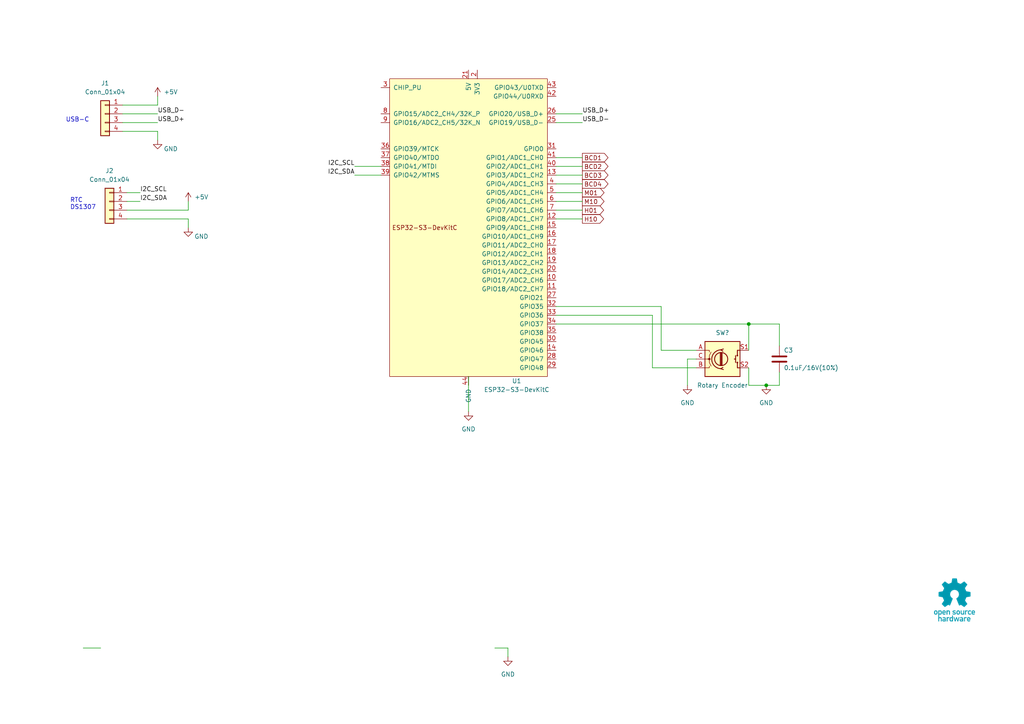
<source format=kicad_sch>
(kicad_sch (version 20230121) (generator eeschema)
  (paper "A4")
  (title_block (title "Horloge Nixie") (date "2023-07-09") (rev "0.1") (company "Laurent Claude") (comment 1 "License : Open Source Hardware - CC BY-SA 4.0"))
  (lib_symbols
    (symbol "Connector_Generic:Conn_01x04" (pin_names (offset 1.016) hide)
      (property "Reference" "J" (at 0 5.08 0))
      (property "Value" "Conn_01x04" (at 0 -7.62 0))
      (symbol "Conn_01x04_1_1"
        (rectangle (start -1.27 -4.953) (end 0 -5.207) (stroke (width 0.1524)))
        (rectangle (start -1.27 -2.413) (end 0 -2.667) (stroke (width 0.1524)))
        (rectangle (start -1.27 0.127) (end 0 -0.127) (stroke (width 0.1524)))
        (rectangle (start -1.27 2.667) (end 0 2.413) (stroke (width 0.1524)))
        (rectangle (start -1.27 3.81) (end 1.27 -6.35) (stroke (width 0.254)) (fill (type background)))
        (pin passive line (at -5.08 2.54 0) (length 3.81) (name "Pin_1") (number "1"))
        (pin passive line (at -5.08 0 0) (length 3.81) (name "Pin_2") (number "2"))
        (pin passive line (at -5.08 -2.54 0) (length 3.81) (name "Pin_3") (number "3"))
        (pin passive line (at -5.08 -5.08 0) (length 3.81) (name "Pin_4") (number "4"))
      )
    )
    (symbol "Device:C" (pin_numbers hide) (pin_names (offset 0.254))
      (property "Reference" "C" (at 0.635 2.54 0))
      (property "Value" "C" (at 0.635 -2.54 0))
      (symbol "C_0_1"
        (polyline (pts (xy -2.032 -0.762) (xy 2.032 -0.762)) (stroke (width 0.508)))
        (polyline (pts (xy -2.032 0.762) (xy 2.032 0.762)) (stroke (width 0.508)))
      )
      (symbol "C_1_1"
        (pin passive line (at 0 3.81 270) (length 2.794) (name "~") (number "1"))
        (pin passive line (at 0 -3.81 90) (length 2.794) (name "~") (number "2"))
      )
    )
    (symbol "Device:RotaryEncoder_Switch" (pin_names (offset 0.254) hide)
      (property "Reference" "SW" (at 0 6.604 0))
      (property "Value" "RotaryEncoder_Switch" (at 0 -6.604 0))
      (symbol "RotaryEncoder_Switch_0_1"
        (rectangle (start -5.08 5.08) (end 5.08 -5.08) (stroke (width 0.254)) (fill (type background)))
        (circle (center -3.81 0) (radius 0.254) (fill (type outline)))
        (circle (center -0.381 0) (radius 1.905) (stroke (width 0.254)))
        (arc (start -0.381 2.667) (mid -3.0988 -0.0635) (end -0.381 -2.794) (stroke (width 0.254)))
        (polyline (pts (xy -0.635 -1.778) (xy -0.635 1.778)) (stroke (width 0.254)))
        (polyline (pts (xy -0.381 -1.778) (xy -0.381 1.778)) (stroke (width 0.254)))
        (polyline (pts (xy -0.127 1.778) (xy -0.127 -1.778)) (stroke (width 0.254)))
        (polyline (pts (xy 3.81 0) (xy 3.429 0)) (stroke (width 0.254)))
        (polyline (pts (xy 3.81 1.016) (xy 3.81 -1.016)) (stroke (width 0.254)))
        (polyline (pts (xy -5.08 -2.54) (xy -3.81 -2.54) (xy -3.81 -2.032)))
        (polyline (pts (xy -5.08 2.54) (xy -3.81 2.54) (xy -3.81 2.032)))
        (polyline (pts (xy 0.254 -3.048) (xy -0.508 -2.794) (xy 0.127 -2.413)) (stroke (width 0.254)))
        (polyline (pts (xy 0.254 2.921) (xy -0.508 2.667) (xy 0.127 2.286)) (stroke (width 0.254)))
        (polyline (pts (xy 5.08 -2.54) (xy 4.318 -2.54) (xy 4.318 -1.016)) (stroke (width 0.254)))
        (polyline (pts (xy 5.08 2.54) (xy 4.318 2.54) (xy 4.318 1.016)) (stroke (width 0.254)))
        (polyline (pts (xy -5.08 0) (xy -3.81 0) (xy -3.81 -1.016) (xy -3.302 -2.032)))
        (polyline (pts (xy -4.318 0) (xy -3.81 0) (xy -3.81 1.016) (xy -3.302 2.032)))
        (circle (center 4.318 -1.016) (radius 0.127) (stroke (width 0.254)))
        (circle (center 4.318 1.016) (radius 0.127) (stroke (width 0.254)))
      )
      (symbol "RotaryEncoder_Switch_1_1"
        (pin passive line (at -7.62 2.54 0) (length 2.54) (name "A") (number "A"))
        (pin passive line (at -7.62 -2.54 0) (length 2.54) (name "B") (number "B"))
        (pin passive line (at -7.62 0 0) (length 2.54) (name "C") (number "C"))
        (pin passive line (at 7.62 2.54 180) (length 2.54) (name "S1") (number "S1"))
        (pin passive line (at 7.62 -2.54 180) (length 2.54) (name "S2") (number "S2"))
      )
    )
    (symbol "PCM_Espressif:ESP32-S3-DevKitC" (pin_names (offset 1.016))
      (property "Reference" "U" (at -22.86 48.26 0))
      (property "Value" "ESP32-S3-DevKitC" (at -22.86 45.72 0))
      (symbol "ESP32-S3-DevKitC_0_0"
        (text "ESP32-S3-DevKitC" (at -12.7 0 0) (effects (font (size 1.27 1.27))))
        (pin bidirectional line (at 25.4 -35.56 180) (length 2.54) (name "GPIO46") (number "14"))
        (pin bidirectional line (at 25.4 -10.16 180) (length 2.54) (name "GPIO13/ADC2_CH2") (number "19"))
        (pin bidirectional line (at -25.4 15.24 0) (length 2.54) (name "GPIO42/MTMS") (number "39"))
        (pin bidirectional line (at 25.4 17.78 180) (length 2.54) (name "GPIO2/ADC1_CH1") (number "40"))
        (pin bidirectional line (at 25.4 20.32 180) (length 2.54) (name "GPIO1/ADC1_CH0") (number "41"))
        (pin bidirectional line (at 25.4 38.1 180) (length 2.54) (name "GPIO44/U0RXD") (number "42"))
        (pin bidirectional line (at 25.4 40.64 180) (length 2.54) (name "GPIO43/U0TXD") (number "43"))
        (pin power_in line (at 0 -43.18 270) (length 2.54) (name "GND") (number "44"))
      )
      (symbol "ESP32-S3-DevKitC_0_1"
        (rectangle (start -22.86 43.18) (end 22.86 -43.18) (fill (type background)))
        (pin power_in line (at 2.54 45.72 270) (length 2.54) (name "3V3") (number "2"))
      )
      (symbol "ESP32-S3-DevKitC_1_1"
        (pin passive line (at 2.54 45.72 270) (length 2.54) hide (name "3V3") (number "1"))
        (pin bidirectional line (at 25.4 -15.24 180) (length 2.54) (name "GPIO17/ADC2_CH6") (number "10"))
        (pin bidirectional line (at 25.4 -17.78 180) (length 2.54) (name "GPIO18/ADC2_CH7") (number "11"))
        (pin bidirectional line (at 25.4 2.54 180) (length 2.54) (name "GPIO8/ADC1_CH7") (number "12"))
        (pin bidirectional line (at 25.4 15.24 180) (length 2.54) (name "GPIO3/ADC1_CH2") (number "13"))
        (pin bidirectional line (at 25.4 0 180) (length 2.54) (name "GPIO9/ADC1_CH8") (number "15"))
        (pin bidirectional line (at 25.4 -2.54 180) (length 2.54) (name "GPIO10/ADC1_CH9") (number "16"))
        (pin bidirectional line (at 25.4 -5.08 180) (length 2.54) (name "GPIO11/ADC2_CH0") (number "17"))
        (pin bidirectional line (at 25.4 -7.62 180) (length 2.54) (name "GPIO12/ADC2_CH1") (number "18"))
        (pin bidirectional line (at 25.4 -12.7 180) (length 2.54) (name "GPIO14/ADC2_CH3") (number "20"))
        (pin power_in line (at 0 45.72 270) (length 2.54) (name "5V") (number "21"))
        (pin passive line (at 0 -43.18 270) (length 2.54) hide (name "GND") (number "22"))
        (pin passive line (at 0 -43.18 270) (length 2.54) hide (name "GND") (number "23"))
        (pin passive line (at 0 -43.18 270) (length 2.54) hide (name "GND") (number "24"))
        (pin bidirectional line (at 25.4 30.48 180) (length 2.54) (name "GPIO19/USB_D-") (number "25"))
        (pin bidirectional line (at 25.4 33.02 180) (length 2.54) (name "GPIO20/USB_D+") (number "26"))
        (pin bidirectional line (at 25.4 -20.32 180) (length 2.54) (name "GPIO21") (number "27"))
        (pin bidirectional line (at 25.4 -38.1 180) (length 2.54) (name "GPIO47") (number "28"))
        (pin bidirectional line (at 25.4 -40.64 180) (length 2.54) (name "GPIO48") (number "29"))
        (pin input line (at -25.4 40.64 0) (length 2.54) (name "CHIP_PU") (number "3"))
        (pin bidirectional line (at 25.4 -33.02 180) (length 2.54) (name "GPIO45") (number "30"))
        (pin bidirectional line (at 25.4 22.86 180) (length 2.54) (name "GPIO0") (number "31"))
        (pin bidirectional line (at 25.4 -22.86 180) (length 2.54) (name "GPIO35") (number "32"))
        (pin bidirectional line (at 25.4 -25.4 180) (length 2.54) (name "GPIO36") (number "33"))
        (pin bidirectional line (at 25.4 -27.94 180) (length 2.54) (name "GPIO37") (number "34"))
        (pin bidirectional line (at 25.4 -30.48 180) (length 2.54) (name "GPIO38") (number "35"))
        (pin bidirectional line (at -25.4 22.86 0) (length 2.54) (name "GPIO39/MTCK") (number "36"))
        (pin bidirectional line (at -25.4 20.32 0) (length 2.54) (name "GPIO40/MTDO") (number "37"))
        (pin bidirectional line (at -25.4 17.78 0) (length 2.54) (name "GPIO41/MTDI") (number "38"))
        (pin bidirectional line (at 25.4 12.7 180) (length 2.54) (name "GPIO4/ADC1_CH3") (number "4"))
        (pin bidirectional line (at 25.4 10.16 180) (length 2.54) (name "GPIO5/ADC1_CH4") (number "5"))
        (pin bidirectional line (at 25.4 7.62 180) (length 2.54) (name "GPIO6/ADC1_CH5") (number "6"))
        (pin bidirectional line (at 25.4 5.08 180) (length 2.54) (name "GPIO7/ADC1_CH6") (number "7"))
        (pin bidirectional line (at -25.4 33.02 0) (length 2.54) (name "GPIO15/ADC2_CH4/32K_P") (number "8"))
        (pin bidirectional line (at -25.4 30.48 0) (length 2.54) (name "GPIO16/ADC2_CH5/32K_N") (number "9"))
      )
    )
    (symbol "power:+5V" (power) (pin_names (offset 0))
      (property "Value" "+5V" (at 0 3.556 0))
      (symbol "+5V_0_1"
        (polyline (pts (xy -0.762 1.27) (xy 0 2.54)))
        (polyline (pts (xy 0 0) (xy 0 2.54)))
        (polyline (pts (xy 0 2.54) (xy 0.762 1.27)))
      )
      (symbol "+5V_1_1"
        (pin power_in line (at 0 0 90) (length 0) hide (name "+5V") (number "1"))
      )
    )
    (symbol "power:GND" (power) (pin_names (offset 0))
      (property "Value" "GND" (at 0 -3.81 0))
      (symbol "GND_0_1"
        (polyline (pts (xy 0 0) (xy 0 -1.27) (xy 1.27 -1.27) (xy 0 -2.54) (xy -1.27 -1.27) (xy 0 -1.27)))
      )
      (symbol "GND_1_1"
        (pin power_in line (at 0 0 270) (length 0) hide (name "GND") (number "1"))
      )
    )
  )
  (junction (at 222.25 111.76))
  (junction (at 217.17 93.98))
  (wire (pts (xy 35.56 38.1) (xy 45.72 38.1)))
  (wire (pts (xy 161.29 60.96) (xy 168.91 60.96)))
  (wire (pts (xy 36.83 55.88) (xy 40.64 55.88)))
  (wire (pts (xy 102.87 50.8) (xy 110.49 50.8)))
  (wire (pts (xy 161.29 35.56) (xy 168.91 35.56)))
  (wire (pts (xy 217.17 106.68) (xy 217.17 111.76)))
  (wire (pts (xy 147.32 190.5) (xy 147.32 187.96)))
  (wire (pts (xy 102.87 48.26) (xy 110.49 48.26)))
  (wire (pts (xy 35.56 30.48) (xy 45.72 30.48)))
  (wire (pts (xy 161.29 33.02) (xy 168.91 33.02)))
  (wire (pts (xy 217.17 93.98) (xy 217.17 101.6)))
  (wire (pts (xy 161.29 48.26) (xy 168.91 48.26)))
  (wire (pts (xy 161.29 63.5) (xy 168.91 63.5)))
  (wire (pts (xy 135.89 109.22) (xy 135.89 119.38)))
  (wire (pts (xy 54.61 63.5) (xy 54.61 66.04)))
  (wire (pts (xy 35.56 35.56) (xy 45.72 35.56)))
  (wire (pts (xy 161.29 53.34) (xy 168.91 53.34)))
  (wire (pts (xy 226.06 111.76) (xy 226.06 107.95)))
  (wire (pts (xy 45.72 30.48) (xy 45.72 27.94)))
  (wire (pts (xy 161.29 50.8) (xy 168.91 50.8)))
  (wire (pts (xy 191.77 101.6) (xy 191.77 88.9)))
  (wire (pts (xy 191.77 88.9) (xy 161.29 88.9)))
  (wire (pts (xy 161.29 93.98) (xy 217.17 93.98)))
  (wire (pts (xy 54.61 60.96) (xy 36.83 60.96)))
  (wire (pts (xy 222.25 111.76) (xy 226.06 111.76)))
  (wire (pts (xy 45.72 38.1) (xy 45.72 40.64)))
  (wire (pts (xy 161.29 45.72) (xy 168.91 45.72)))
  (wire (pts (xy 199.39 111.76) (xy 199.39 104.14)))
  (wire (pts (xy 161.29 55.88) (xy 168.91 55.88)))
  (wire (pts (xy 54.61 58.42) (xy 54.61 60.96)))
  (wire (pts (xy 189.23 91.44) (xy 189.23 106.68)))
  (wire (pts (xy 191.77 101.6) (xy 201.93 101.6)))
  (wire (pts (xy 161.29 91.44) (xy 189.23 91.44)))
  (wire (pts (xy 217.17 111.76) (xy 222.25 111.76)))
  (wire (pts (xy 35.56 33.02) (xy 45.72 33.02)))
  (wire (pts (xy 189.23 106.68) (xy 201.93 106.68)))
  (wire (pts (xy 36.83 63.5) (xy 54.61 63.5)))
  (wire (pts (xy 147.32 187.96) (xy 143.51 187.96)))
  (wire (pts (xy 217.17 93.98) (xy 226.06 93.98)))
  (wire (pts (xy 24.13 187.96) (xy 29.21 187.96)))
  (wire (pts (xy 161.29 58.42) (xy 168.91 58.42)))
  (wire (pts (xy 199.39 104.14) (xy 201.93 104.14)))
  (wire (pts (xy 226.06 93.98) (xy 226.06 100.33)))
  (wire (pts (xy 36.83 58.42) (xy 40.64 58.42)))
  (image (at 276.86 173.99) (scale 1.48101))
  (text "USB-C\n" (at 19.05 35.56 0) (effects (font (size 1.27 1.27)) (justify left bottom)))
  (text "RTC\nDS1307" (at 20.32 60.96 0) (effects (font (size 1.27 1.27)) (justify left bottom)))
  (label "I2C_SDA" (at 40.64 58.42 0))
  (label "I2C_SDA" (at 102.87 50.8 180))
  (label "USB_D+" (at 168.91 33.02 0))
  (label "USB_D-" (at 45.72 33.02 0))
  (label "USB_D+" (at 45.72 35.56 0))
  (label "I2C_SCL" (at 102.87 48.26 180))
  (label "USB_D-" (at 168.91 35.56 0))
  (label "I2C_SCL" (at 40.64 55.88 0))
  (global_label "M10" (shape output) (at 168.91 58.42 0) (property "Intersheetrefs" "${INTERSHEET_REFS}" (effects hide)) (property "Références Inter-Feuilles" "${INTERSHEET_REFS}" (effects hide)))
  (global_label "H10" (shape output) (at 168.91 63.5 0) (property "Intersheetrefs" "${INTERSHEET_REFS}" (effects hide)) (property "Références Inter-Feuilles" "${INTERSHEET_REFS}" (effects hide)))
  (global_label "BCD2" (shape output) (at 168.91 48.26 0) (property "Intersheetrefs" "${INTERSHEET_REFS}" (effects hide)) (property "Références Inter-Feuilles" "${INTERSHEET_REFS}" (effects hide)))
  (global_label "H01" (shape output) (at 168.91 60.96 0) (property "Intersheetrefs" "${INTERSHEET_REFS}" (effects hide)) (property "Références Inter-Feuilles" "${INTERSHEET_REFS}" (effects hide)))
  (global_label "BCD1" (shape output) (at 168.91 45.72 0) (property "Intersheetrefs" "${INTERSHEET_REFS}" (effects hide)) (property "Références Inter-Feuilles" "${INTERSHEET_REFS}" (effects hide)))
  (global_label "M01" (shape output) (at 168.91 55.88 0) (property "Intersheetrefs" "${INTERSHEET_REFS}" (effects hide)) (property "Références Inter-Feuilles" "${INTERSHEET_REFS}" (effects hide)))
  (global_label "BCD4" (shape output) (at 168.91 53.34 0) (property "Intersheetrefs" "${INTERSHEET_REFS}" (effects hide)) (property "Références Inter-Feuilles" "${INTERSHEET_REFS}" (effects hide)))
  (global_label "BCD3" (shape output) (at 168.91 50.8 0) (property "Intersheetrefs" "${INTERSHEET_REFS}" (effects hide)) (property "Références Inter-Feuilles" "${INTERSHEET_REFS}" (effects hide)))
  (symbol (lib_id "power:+5V") (at 54.61 58.42 0) (unit 1)
    (property "Reference" "#PWR021" (effects hide))
    (property "Value" "+5V" (at 58.42 57.15 0))
  )
  (symbol (lib_id "Connector_Generic:Conn_01x04") (at 30.48 33.02 0) (mirror y) (unit 1)
    (property "Reference" "J1" (at 30.48 24.13 0))
    (property "Value" "Conn_01x04" (at 30.48 26.67 0))
  )
  (symbol (lib_id "power:+5V") (at 45.72 27.94 0) (unit 1)
    (property "Reference" "#PWR02" (effects hide))
    (property "Value" "+5V" (at 49.53 26.67 0))
  )
  (symbol (lib_id "power:GND") (at 54.61 66.04 0) (unit 1)
    (property "Reference" "#PWR04" (effects hide))
    (property "Value" "GND" (at 58.42 68.58 0))
  )
  (symbol (lib_id "Connector_Generic:Conn_01x04") (at 31.75 58.42 0) (mirror y) (unit 1)
    (property "Reference" "J2" (at 31.75 49.53 0))
    (property "Value" "Conn_01x04" (at 31.75 52.07 0))
  )
  (symbol (lib_id "Device:C") (at 226.06 104.14 0) (unit 1)
    (property "Reference" "C3" (at 227.33 101.6 0) (effects (justify left)))
    (property "Value" "0.1uF/16V(10%)" (at 227.33 106.68 0) (effects (justify left)))
  )
  (symbol (lib_id "Device:RotaryEncoder_Switch") (at 209.55 104.14 0) (unit 1)
    (property "Reference" "SW?" (at 209.55 96.52 0))
    (property "Value" "Rotary Encoder" (at 209.55 111.76 0))
  )
  (symbol (lib_id "power:GND") (at 135.89 119.38 0) (unit 1)
    (property "Reference" "#PWR03" (effects hide))
    (property "Value" "GND" (at 135.89 124.46 0))
  )
  (symbol (lib_id "power:GND") (at 222.25 111.76 0) (unit 1)
    (property "Reference" "#PWR05" (effects hide))
    (property "Value" "GND" (at 222.25 116.84 0))
  )
  (symbol (lib_id "power:GND") (at 199.39 111.76 0) (unit 1)
    (property "Reference" "#PWR06" (effects hide))
    (property "Value" "GND" (at 199.39 116.84 0))
  )
  (symbol (lib_id "power:GND") (at 45.72 40.64 0) (unit 1)
    (property "Reference" "#PWR01" (effects hide))
    (property "Value" "GND" (at 49.53 43.18 0))
  )
  (symbol (lib_id "power:GND") (at 147.32 190.5 0) (unit 1)
    (property "Reference" "#PWR?" (effects hide))
    (property "Value" "GND" (at 147.32 195.58 0))
  )
  (symbol (lib_id "PCM_Espressif:ESP32-S3-DevKitC") (at 135.89 66.04 0) (unit 1)
    (property "Reference" "U1" (at 149.86 110.49 0))
    (property "Value" "ESP32-S3-DevKitC" (at 149.86 113.03 0))
    (property "Footprint" "Espressif:ESP32-S3-DevKitC" (effects hide))
  )
)
</source>
